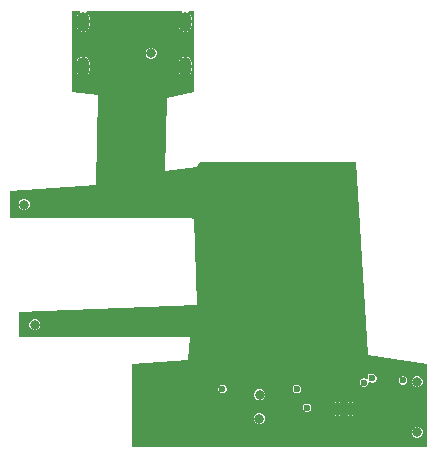
<source format=gbr>
G04*
G04 #@! TF.GenerationSoftware,Altium Limited,Altium Designer,23.10.1 (27)*
G04*
G04 Layer_Physical_Order=3*
G04 Layer_Color=16440176*
%FSLAX44Y44*%
%MOMM*%
G71*
G04*
G04 #@! TF.SameCoordinates,EE71AB0A-04B5-4847-A965-A32D4C1E190E*
G04*
G04*
G04 #@! TF.FilePolarity,Positive*
G04*
G01*
G75*
G04:AMPARAMS|DCode=38|XSize=1.1mm|YSize=1.7mm|CornerRadius=0.55mm|HoleSize=0mm|Usage=FLASHONLY|Rotation=180.000|XOffset=0mm|YOffset=0mm|HoleType=Round|Shape=RoundedRectangle|*
%AMROUNDEDRECTD38*
21,1,1.1000,0.6000,0,0,180.0*
21,1,0.0000,1.7000,0,0,180.0*
1,1,1.1000,0.0000,0.3000*
1,1,1.1000,0.0000,0.3000*
1,1,1.1000,0.0000,-0.3000*
1,1,1.1000,0.0000,-0.3000*
%
%ADD38ROUNDEDRECTD38*%
%ADD48C,0.8000*%
%ADD49C,0.6000*%
%ADD50C,0.4000*%
%ADD51C,0.5000*%
G36*
X2130700Y300400D02*
X2107567Y295289D01*
X2105558Y234235D01*
X2132719Y237048D01*
X2135807Y241373D01*
X2267565D01*
X2278050Y78050D01*
X2327831Y70064D01*
Y63D01*
X2077647D01*
Y70064D01*
X2125564Y73969D01*
X2126900Y93155D01*
X1982541D01*
Y114584D01*
X1982574Y114616D01*
X2132719Y120619D01*
X2130699Y192845D01*
X2126966Y194063D01*
X1974906Y194200D01*
Y216679D01*
X1974935Y216757D01*
X2047425Y221925D01*
X2049241Y298227D01*
X2027400Y300400D01*
Y369300D01*
X2033444D01*
X2033829Y368030D01*
X2032535Y367165D01*
X2031319Y365346D01*
X2030892Y363200D01*
Y361470D01*
X2036500D01*
X2042108D01*
Y363200D01*
X2041681Y365346D01*
X2040465Y367165D01*
X2039171Y368030D01*
X2039556Y369300D01*
X2119844D01*
X2120229Y368030D01*
X2118935Y367165D01*
X2117719Y365346D01*
X2117292Y363200D01*
Y361470D01*
X2122900D01*
X2128508D01*
Y363200D01*
X2128081Y365346D01*
X2126865Y367165D01*
X2125571Y368030D01*
X2125956Y369300D01*
X2130700D01*
Y300400D01*
D02*
G37*
%LPC*%
G36*
X2121630Y358930D02*
X2117292D01*
Y357200D01*
X2117719Y355054D01*
X2118935Y353235D01*
X2120754Y352019D01*
X2121630Y351845D01*
Y358930D01*
D02*
G37*
G36*
X2042108D02*
X2037770D01*
Y351845D01*
X2038646Y352019D01*
X2040465Y353235D01*
X2041681Y355054D01*
X2042108Y357200D01*
Y358930D01*
D02*
G37*
G36*
X2035230D02*
X2030892D01*
Y357200D01*
X2031319Y355054D01*
X2032535Y353235D01*
X2034354Y352019D01*
X2035230Y351845D01*
Y358930D01*
D02*
G37*
G36*
X2128508D02*
X2124170D01*
Y351845D01*
X2125046Y352019D01*
X2126865Y353235D01*
X2128081Y355054D01*
X2128508Y357200D01*
Y358930D01*
D02*
G37*
G36*
X2094925Y338150D02*
X2093075D01*
X2091366Y337442D01*
X2090058Y336134D01*
X2089350Y334425D01*
Y332575D01*
X2090058Y330866D01*
X2091366Y329558D01*
X2093075Y328850D01*
X2094925D01*
X2096634Y329558D01*
X2097942Y330866D01*
X2098650Y332575D01*
Y334425D01*
X2097942Y336134D01*
X2096634Y337442D01*
X2094925Y338150D01*
D02*
G37*
G36*
X2037770Y330555D02*
Y323470D01*
X2042108D01*
Y325200D01*
X2041681Y327346D01*
X2040465Y329165D01*
X2038646Y330381D01*
X2037770Y330555D01*
D02*
G37*
G36*
X2124170Y330555D02*
Y323470D01*
X2128508D01*
Y325200D01*
X2128081Y327346D01*
X2126865Y329165D01*
X2125046Y330381D01*
X2124170Y330555D01*
D02*
G37*
G36*
X2121630Y330555D02*
X2120754Y330381D01*
X2118935Y329165D01*
X2117719Y327346D01*
X2117292Y325200D01*
Y323470D01*
X2121630D01*
Y330555D01*
D02*
G37*
G36*
X2035230Y330555D02*
X2034354Y330381D01*
X2032535Y329165D01*
X2031319Y327346D01*
X2030892Y325200D01*
Y323470D01*
X2035230D01*
Y330555D01*
D02*
G37*
G36*
X2121630Y320930D02*
X2117292D01*
Y319200D01*
X2117719Y317054D01*
X2118935Y315235D01*
X2120754Y314019D01*
X2121630Y313845D01*
Y320930D01*
D02*
G37*
G36*
X2042108D02*
X2037770D01*
Y313845D01*
X2038646Y314019D01*
X2040465Y315235D01*
X2041681Y317054D01*
X2042108Y319200D01*
Y320930D01*
D02*
G37*
G36*
X2035230D02*
X2030892D01*
Y319200D01*
X2031319Y317054D01*
X2032535Y315235D01*
X2034354Y314019D01*
X2035230Y313845D01*
Y320930D01*
D02*
G37*
G36*
X2128508D02*
X2124170D01*
Y313845D01*
X2125046Y314019D01*
X2126865Y315235D01*
X2128081Y317054D01*
X2128508Y319200D01*
Y320930D01*
D02*
G37*
G36*
X1987425Y210050D02*
X1985575D01*
X1983866Y209342D01*
X1982558Y208034D01*
X1981850Y206325D01*
Y204475D01*
X1982558Y202766D01*
X1983866Y201458D01*
X1985575Y200750D01*
X1987425D01*
X1989134Y201458D01*
X1990442Y202766D01*
X1991150Y204475D01*
Y206325D01*
X1990442Y208034D01*
X1989134Y209342D01*
X1987425Y210050D01*
D02*
G37*
G36*
X1996525Y108350D02*
X1994675D01*
X1992966Y107642D01*
X1991658Y106334D01*
X1990950Y104625D01*
Y102775D01*
X1991658Y101066D01*
X1992966Y99758D01*
X1994675Y99050D01*
X1996525D01*
X1998234Y99758D01*
X1999542Y101066D01*
X2000250Y102775D01*
Y104625D01*
X1999542Y106334D01*
X1998234Y107642D01*
X1996525Y108350D01*
D02*
G37*
G36*
X2277570Y66221D02*
Y64770D01*
X2279021D01*
X2278843Y65199D01*
X2277999Y66043D01*
X2277570Y66221D01*
D02*
G37*
G36*
X2275030D02*
X2274601Y66043D01*
X2273757Y65199D01*
X2273579Y64770D01*
X2275030D01*
Y66221D01*
D02*
G37*
G36*
Y62230D02*
X2273579D01*
X2273757Y61801D01*
X2274601Y60957D01*
X2275030Y60779D01*
Y62230D01*
D02*
G37*
G36*
X2279654D02*
X2277570D01*
Y59964D01*
X2277966Y59568D01*
X2277720Y58975D01*
Y58038D01*
X2276458Y57504D01*
X2276368Y57594D01*
X2275026Y58150D01*
X2273574D01*
X2272232Y57594D01*
X2271206Y56568D01*
X2270650Y55226D01*
Y53774D01*
X2271206Y52432D01*
X2272232Y51406D01*
X2273574Y50850D01*
X2275026D01*
X2276368Y51406D01*
X2277394Y52432D01*
X2277950Y53774D01*
Y54711D01*
X2279212Y55244D01*
X2279303Y55154D01*
X2280644Y54599D01*
X2282096D01*
X2283438Y55154D01*
X2284465Y56181D01*
X2285020Y57523D01*
Y58975D01*
X2284465Y60316D01*
X2283438Y61343D01*
X2282096Y61899D01*
X2280644D01*
X2280179Y61706D01*
X2279654Y62230D01*
D02*
G37*
G36*
X2308026Y60150D02*
X2306574D01*
X2305232Y59594D01*
X2304206Y58568D01*
X2303650Y57226D01*
Y55774D01*
X2304206Y54433D01*
X2305232Y53406D01*
X2306574Y52850D01*
X2308026D01*
X2309368Y53406D01*
X2310394Y54433D01*
X2310950Y55774D01*
Y57226D01*
X2310394Y58568D01*
X2309368Y59594D01*
X2308026Y60150D01*
D02*
G37*
G36*
X2320225D02*
X2318375D01*
X2316666Y59442D01*
X2315358Y58134D01*
X2314650Y56425D01*
Y54575D01*
X2315358Y52866D01*
X2316666Y51558D01*
X2318375Y50850D01*
X2320225D01*
X2321934Y51558D01*
X2323242Y52866D01*
X2323950Y54575D01*
Y56425D01*
X2323242Y58134D01*
X2321934Y59442D01*
X2320225Y60150D01*
D02*
G37*
G36*
X2218136Y52870D02*
X2216684D01*
X2215342Y52314D01*
X2214316Y51288D01*
X2213760Y49946D01*
Y48494D01*
X2214316Y47153D01*
X2215342Y46126D01*
X2216684Y45570D01*
X2218136D01*
X2219478Y46126D01*
X2220504Y47153D01*
X2221060Y48494D01*
Y49946D01*
X2220504Y51288D01*
X2219478Y52314D01*
X2218136Y52870D01*
D02*
G37*
G36*
X2155136D02*
X2153684D01*
X2152342Y52314D01*
X2151316Y51288D01*
X2150760Y49946D01*
Y48494D01*
X2151316Y47153D01*
X2152342Y46126D01*
X2153684Y45570D01*
X2155136D01*
X2156478Y46126D01*
X2157504Y47153D01*
X2158060Y48494D01*
Y49946D01*
X2157504Y51288D01*
X2156478Y52314D01*
X2155136Y52870D01*
D02*
G37*
G36*
X2263800Y41710D02*
Y40800D01*
X2264710D01*
X2264649Y40946D01*
X2263946Y41649D01*
X2263800Y41710D01*
D02*
G37*
G36*
X2261260D02*
X2261114Y41649D01*
X2260411Y40946D01*
X2260350Y40800D01*
X2261260D01*
Y41710D01*
D02*
G37*
G36*
X2252800D02*
Y40800D01*
X2253710D01*
X2253649Y40946D01*
X2252946Y41649D01*
X2252800Y41710D01*
D02*
G37*
G36*
X2250260D02*
X2250114Y41649D01*
X2249411Y40946D01*
X2249350Y40800D01*
X2250260D01*
Y41710D01*
D02*
G37*
G36*
X2186725Y48910D02*
X2184875D01*
X2183166Y48202D01*
X2181858Y46894D01*
X2181150Y45185D01*
Y43335D01*
X2181858Y41626D01*
X2183166Y40318D01*
X2184875Y39610D01*
X2186725D01*
X2188434Y40318D01*
X2189742Y41626D01*
X2190450Y43335D01*
Y45185D01*
X2189742Y46894D01*
X2188434Y48202D01*
X2186725Y48910D01*
D02*
G37*
G36*
X2264710Y38260D02*
X2263800D01*
Y37350D01*
X2263946Y37411D01*
X2264649Y38114D01*
X2264710Y38260D01*
D02*
G37*
G36*
X2261260D02*
X2260350D01*
X2260411Y38114D01*
X2261114Y37411D01*
X2261260Y37350D01*
Y38260D01*
D02*
G37*
G36*
X2253710D02*
X2252800D01*
Y37350D01*
X2252946Y37411D01*
X2253649Y38114D01*
X2253710Y38260D01*
D02*
G37*
G36*
X2250260D02*
X2249350D01*
X2249411Y38114D01*
X2250114Y37411D01*
X2250260Y37350D01*
Y38260D01*
D02*
G37*
G36*
X2263800Y30710D02*
Y29800D01*
X2264710D01*
X2264649Y29946D01*
X2263946Y30649D01*
X2263800Y30710D01*
D02*
G37*
G36*
X2261260D02*
X2261114Y30649D01*
X2260411Y29946D01*
X2260350Y29800D01*
X2261260D01*
Y30710D01*
D02*
G37*
G36*
X2252800D02*
Y29800D01*
X2253710D01*
X2253649Y29946D01*
X2252946Y30649D01*
X2252800Y30710D01*
D02*
G37*
G36*
X2250260D02*
X2250114Y30649D01*
X2249411Y29946D01*
X2249350Y29800D01*
X2250260D01*
Y30710D01*
D02*
G37*
G36*
X2226826Y36950D02*
X2225374D01*
X2224032Y36394D01*
X2223006Y35368D01*
X2222450Y34026D01*
Y32574D01*
X2223006Y31232D01*
X2224032Y30206D01*
X2225374Y29650D01*
X2226826D01*
X2228168Y30206D01*
X2229194Y31232D01*
X2229750Y32574D01*
Y34026D01*
X2229194Y35368D01*
X2228168Y36394D01*
X2226826Y36950D01*
D02*
G37*
G36*
X2264710Y27260D02*
X2263800D01*
Y26350D01*
X2263946Y26411D01*
X2264649Y27114D01*
X2264710Y27260D01*
D02*
G37*
G36*
X2261260D02*
X2260350D01*
X2260411Y27114D01*
X2261114Y26411D01*
X2261260Y26350D01*
Y27260D01*
D02*
G37*
G36*
X2253710D02*
X2252800D01*
Y26350D01*
X2252946Y26411D01*
X2253649Y27114D01*
X2253710Y27260D01*
D02*
G37*
G36*
X2250260D02*
X2249350D01*
X2249411Y27114D01*
X2250114Y26411D01*
X2250260Y26350D01*
Y27260D01*
D02*
G37*
G36*
X2186625Y28850D02*
X2184775D01*
X2183066Y28142D01*
X2181758Y26834D01*
X2181050Y25125D01*
Y23275D01*
X2181758Y21566D01*
X2183066Y20258D01*
X2184775Y19550D01*
X2186625D01*
X2188334Y20258D01*
X2189642Y21566D01*
X2190350Y23275D01*
Y25125D01*
X2189642Y26834D01*
X2188334Y28142D01*
X2186625Y28850D01*
D02*
G37*
G36*
X2231670Y12158D02*
Y11870D01*
X2231958D01*
X2231670Y12158D01*
D02*
G37*
G36*
X2229130D02*
X2228842Y11870D01*
X2229130D01*
Y12158D01*
D02*
G37*
G36*
X2293570Y11058D02*
Y10770D01*
X2293858D01*
X2293570Y11058D01*
D02*
G37*
G36*
X2291030D02*
X2290742Y10770D01*
X2291030D01*
Y11058D01*
D02*
G37*
G36*
X2231958Y9330D02*
X2231670D01*
Y9042D01*
X2231958Y9330D01*
D02*
G37*
G36*
X2229130D02*
X2228842D01*
X2229130Y9042D01*
Y9330D01*
D02*
G37*
G36*
X2293858Y8230D02*
X2293570D01*
Y7942D01*
X2293858Y8230D01*
D02*
G37*
G36*
X2291030D02*
X2290742D01*
X2291030Y7942D01*
Y8230D01*
D02*
G37*
G36*
X2320225Y17150D02*
X2318375D01*
X2316666Y16442D01*
X2315358Y15134D01*
X2314650Y13425D01*
Y11575D01*
X2315358Y9866D01*
X2316666Y8558D01*
X2318375Y7850D01*
X2320225D01*
X2321934Y8558D01*
X2323242Y9866D01*
X2323950Y11575D01*
Y13425D01*
X2323242Y15134D01*
X2321934Y16442D01*
X2320225Y17150D01*
D02*
G37*
G36*
X2277570Y7059D02*
Y6770D01*
X2277858D01*
X2277570Y7059D01*
D02*
G37*
G36*
X2275030D02*
X2274742Y6770D01*
X2275030D01*
Y7059D01*
D02*
G37*
G36*
X2256070Y6058D02*
Y5770D01*
X2256358D01*
X2256070Y6058D01*
D02*
G37*
G36*
X2253530D02*
X2253242Y5770D01*
X2253530D01*
Y6058D01*
D02*
G37*
G36*
X2277858Y4230D02*
X2277570D01*
Y3942D01*
X2277858Y4230D01*
D02*
G37*
G36*
X2275030D02*
X2274742D01*
X2275030Y3942D01*
Y4230D01*
D02*
G37*
G36*
X2256358Y3230D02*
X2256070D01*
Y2942D01*
X2256358Y3230D01*
D02*
G37*
G36*
X2253530D02*
X2253242D01*
X2253530Y2942D01*
Y3230D01*
D02*
G37*
%LPD*%
D38*
X2036500Y322200D02*
D03*
Y360200D02*
D03*
X2122900Y322200D02*
D03*
Y360200D02*
D03*
D48*
X1986500Y205400D02*
D03*
X1995600Y103700D02*
D03*
X2185800Y44260D02*
D03*
X2185700Y24200D02*
D03*
X2094000Y333500D02*
D03*
X2319300Y55500D02*
D03*
Y12500D02*
D03*
D49*
X2281370Y58249D02*
D03*
X2217410Y49220D02*
D03*
X2154410D02*
D03*
X2226100Y33300D02*
D03*
X2276300Y63500D02*
D03*
X2307300Y56500D02*
D03*
X2274300Y54500D02*
D03*
D50*
X2230400Y10600D02*
D03*
X2292300Y9500D02*
D03*
X2276300Y5500D02*
D03*
X2254800Y4500D02*
D03*
D51*
X2251530Y28530D02*
D03*
Y39530D02*
D03*
X2262530Y28530D02*
D03*
Y39530D02*
D03*
M02*

</source>
